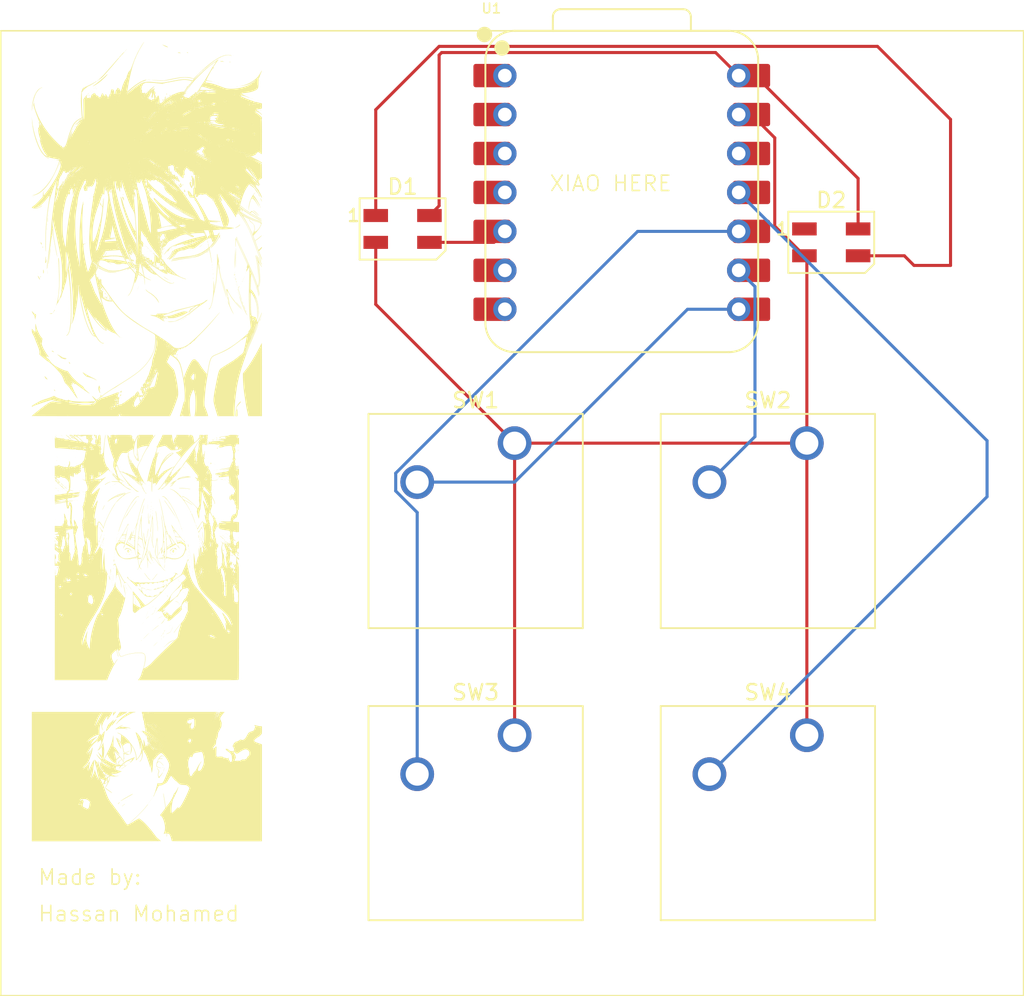
<source format=kicad_pcb>
(kicad_pcb (version 20241229) (generator "pcbnew") (generator_version "9.0")
  (layers (0 "F.Cu" signal) (2 "B.Cu" signal) (13 "F.Paste" user) (15 "B.Paste" user) (5 "F.SilkS" user "F.Silkscreen") (7 "B.SilkS" user "B.Silkscreen") (1 "F.Mask" user) (3 "B.Mask" user) (25 "Edge.Cuts" user))
  (net 0 "")
  (net 1 "GND")
  (net 2 "Net-(D1-DOUT)")
  (net 3 "+5V")
  (net 4 "Net-(D1-DIN)")
  (net 6 "Net-(U1-GPIO3{slash}MOSI)")
  (net 7 "Net-(U1-GPIO4{slash}MISO)")
  (net 8 "Net-(U1-GPIO2{slash}SCK)")
  (net 9 "Net-(U1-GPIO1{slash}RX)")
  (footprint "LOGO" (layer "F.Cu") (at 166.6875 92.86875)
    (property "Reference" "G***" (hide yes))
    (property "Value" "LOGO" (hide yes))
  )
  (footprint "Button_Switch_Keyboard:SW_Cherry_MX_1.00u_PCB" (layer "F.Cu") (at 190.65875 104.4575)
    (property "Reference" "SW3" (at -2.54 -2.794 0) (layer "F.SilkS"))
    (property "Value" "SW_Push")
    (pad "" np_thru_hole circle (at -7.62 5.08) (size 1.7 1.7) (drill 1.7) (layers "*.Cu" "*.Mask"))
    (pad "" np_thru_hole circle (at -2.54 5.08) (size 4 4) (drill 4) (layers "*.Cu" "*.Mask"))
    (pad "" np_thru_hole circle (at 2.54 5.08) (size 1.7 1.7) (drill 1.7) (layers "*.Cu" "*.Mask"))
    (pad "1" thru_hole circle (at 0 0) (size 2.2 2.2) (drill 1.5) (layers "*.Cu" "*.Mask") (net 1 "GND"))
    (pad "2" thru_hole circle (at -6.35 2.54) (size 2.2 2.2) (drill 1.5) (layers "*.Cu" "*.Mask") (net 7 "Net-(U1-GPIO4{slash}MISO)"))
  )
  (footprint "LED_SMD:LED_SK6812MINI_PLCC4_3.5x3.5mm_P1.75mm" (layer "F.Cu") (at 211.3 72.3125)
    (property "Reference" "D2" (at 0 -2.75 0) (layer "F.SilkS"))
    (property "Value" "SK6812MINI")
    (fp_text user "1" (at -3.2 -0.875 0) (layer "F.SilkS") (effects (font (size 0.8 0.8))))
    (pad "1" smd rect (at -1.75 -0.875) (size 1.6 0.85) (layers "F.Cu" "F.Mask" "F.Paste"))
    (pad "2" smd rect (at -1.75 0.875) (size 1.6 0.85) (layers "F.Cu" "F.Mask" "F.Paste") (net 1 "GND"))
    (pad "3" smd rect (at 1.75 0.875) (size 1.6 0.85) (layers "F.Cu" "F.Mask" "F.Paste") (net 2 "Net-(D1-DOUT)"))
    (pad "4" smd rect (at 1.75 -0.875) (size 1.6 0.85) (layers "F.Cu" "F.Mask" "F.Paste") (net 3 "+5V"))
  )
  (footprint "Button_Switch_Keyboard:SW_Cherry_MX_1.00u_PCB" (layer "F.Cu") (at 209.70875 85.4075)
    (property "Reference" "SW2" (at -2.54 -2.794 0) (layer "F.SilkS"))
    (property "Value" "SW_Push")
    (pad "" np_thru_hole circle (at -7.62 5.08) (size 1.7 1.7) (drill 1.7) (layers "*.Cu" "*.Mask"))
    (pad "" np_thru_hole circle (at -2.54 5.08) (size 4 4) (drill 4) (layers "*.Cu" "*.Mask"))
    (pad "" np_thru_hole circle (at 2.54 5.08) (size 1.7 1.7) (drill 1.7) (layers "*.Cu" "*.Mask"))
    (pad "1" thru_hole circle (at 0 0) (size 2.2 2.2) (drill 1.5) (layers "*.Cu" "*.Mask") (net 1 "GND"))
    (pad "2" thru_hole circle (at -6.35 2.54) (size 2.2 2.2) (drill 1.5) (layers "*.Cu" "*.Mask") (net 8 "Net-(U1-GPIO2{slash}SCK)"))
  )
  (footprint "XIOA:XIAO-RP2040-DIP" (layer "F.Cu") (at 197.64375 69.05625)
    (property "Reference" "U1" (at -8.5 -12 0) (layer "F.SilkS") (effects (font (size 0.635 0.635) (thickness 0.1016))))
    (property "Value" "XIAO-RP2040-DIP")
    (pad "1" smd roundrect (at -8.455 -7.62 180) (size 2.432 1.524) (layers "F.Cu" "F.Mask") (roundrect_rratio 0.1))
    (pad "1" thru_hole circle (at -7.62 -7.62 180) (size 1.524 1.524) (drill 0.889) (layers "*.Cu" "*.Mask"))
    (pad "2" smd roundrect (at -8.455 -5.08 180) (size 2.432 1.524) (layers "F.Cu" "F.Mask") (roundrect_rratio 0.1))
    (pad "2" thru_hole circle (at -7.62 -5.08 180) (size 1.524 1.524) (drill 0.889) (layers "*.Cu" "*.Mask"))
    (pad "3" smd roundrect (at -8.455 -2.54 180) (size 2.432 1.524) (layers "F.Cu" "F.Mask") (roundrect_rratio 0.1))
    (pad "3" thru_hole circle (at -7.62 -2.54 180) (size 1.524 1.524) (drill 0.889) (layers "*.Cu" "*.Mask"))
    (pad "4" smd roundrect (at -8.455 0 180) (size 2.432 1.524) (layers "F.Cu" "F.Mask") (roundrect_rratio 0.1))
    (pad "4" thru_hole circle (at -7.62 0 180) (size 1.524 1.524) (drill 0.889) (layers "*.Cu" "*.Mask"))
    (pad "5" smd roundrect (at -8.455 2.54 180) (size 2.432 1.524) (layers "F.Cu" "F.Mask") (roundrect_rratio 0.1) (net 4 "Net-(D1-DIN)"))
    (pad "5" thru_hole circle (at -7.62 2.54 180) (size 1.524 1.524) (drill 0.889) (layers "*.Cu" "*.Mask") (net 4 "Net-(D1-DIN)"))
    (pad "6" smd roundrect (at -8.455 5.08 180) (size 2.432 1.524) (layers "F.Cu" "F.Mask") (roundrect_rratio 0.1))
    (pad "6" thru_hole circle (at -7.62 5.08 180) (size 1.524 1.524) (drill 0.889) (layers "*.Cu" "*.Mask"))
    (pad "7" smd roundrect (at -8.455 7.62 180) (size 2.432 1.524) (layers "F.Cu" "F.Mask") (roundrect_rratio 0.1))
    (pad "7" thru_hole circle (at -7.62 7.62 180) (size 1.524 1.524) (drill 0.889) (layers "*.Cu" "*.Mask"))
    (pad "8" thru_hole circle (at 7.62 7.62) (size 1.524 1.524) (drill 0.889) (layers "*.Cu" "*.Mask") (net 9 "Net-(U1-GPIO1{slash}RX)"))
    (pad "8" smd roundrect (at 8.455 7.62) (size 2.432 1.524) (layers "F.Cu" "F.Mask") (roundrect_rratio 0.1) (net 9 "Net-(U1-GPIO1{slash}RX)"))
    (pad "9" thru_hole circle (at 7.62 5.08) (size 1.524 1.524) (drill 0.889) (layers "*.Cu" "*.Mask") (net 8 "Net-(U1-GPIO2{slash}SCK)"))
    (pad "9" smd roundrect (at 8.455 5.08) (size 2.432 1.524) (layers "F.Cu" "F.Mask") (roundrect_rratio 0.1) (net 8 "Net-(U1-GPIO2{slash}SCK)"))
    (pad "10" thru_hole circle (at 7.62 2.54) (size 1.524 1.524) (drill 0.889) (layers "*.Cu" "*.Mask") (net 7 "Net-(U1-GPIO4{slash}MISO)"))
    (pad "10" smd roundrect (at 8.455 2.54) (size 2.432 1.524) (layers "F.Cu" "F.Mask") (roundrect_rratio 0.1) (net 7 "Net-(U1-GPIO4{slash}MISO)"))
    (pad "11" thru_hole circle (at 7.62 0) (size 1.524 1.524) (drill 0.889) (layers "*.Cu" "*.Mask") (net 6 "Net-(U1-GPIO3{slash}MOSI)"))
    (pad "11" smd roundrect (at 8.455 0) (size 2.432 1.524) (layers "F.Cu" "F.Mask") (roundrect_rratio 0.1) (net 6 "Net-(U1-GPIO3{slash}MOSI)"))
    (pad "12" thru_hole circle (at 7.62 -2.54) (size 1.524 1.524) (drill 0.889) (layers "*.Cu" "*.Mask"))
    (pad "12" smd roundrect (at 8.455 -2.54) (size 2.432 1.524) (layers "F.Cu" "F.Mask") (roundrect_rratio 0.1))
    (pad "13" thru_hole circle (at 7.62 -5.08) (size 1.524 1.524) (drill 0.889) (layers "*.Cu" "*.Mask") (net 1 "GND"))
    (pad "13" smd roundrect (at 8.455 -5.08) (size 2.432 1.524) (layers "F.Cu" "F.Mask") (roundrect_rratio 0.1) (net 1 "GND"))
    (pad "14" thru_hole circle (at 7.62 -7.62) (size 1.524 1.524) (drill 0.889) (layers "*.Cu" "*.Mask") (net 3 "+5V"))
    (pad "14" smd roundrect (at 8.455 -7.62) (size 2.432 1.524) (layers "F.Cu" "F.Mask") (roundrect_rratio 0.1) (net 3 "+5V"))
  )
  (footprint "Button_Switch_Keyboard:SW_Cherry_MX_1.00u_PCB" (layer "F.Cu") (at 190.65875 85.4075)
    (property "Reference" "SW1" (at -2.54 -2.794 0) (layer "F.SilkS"))
    (property "Value" "SW_Push")
    (pad "" np_thru_hole circle (at -7.62 5.08) (size 1.7 1.7) (drill 1.7) (layers "*.Cu" "*.Mask"))
    (pad "" np_thru_hole circle (at -2.54 5.08) (size 4 4) (drill 4) (layers "*.Cu" "*.Mask"))
    (pad "" np_thru_hole circle (at 2.54 5.08) (size 1.7 1.7) (drill 1.7) (layers "*.Cu" "*.Mask"))
    (pad "1" thru_hole circle (at 0 0) (size 2.2 2.2) (drill 1.5) (layers "*.Cu" "*.Mask") (net 1 "GND"))
    (pad "2" thru_hole circle (at -6.35 2.54) (size 2.2 2.2) (drill 1.5) (layers "*.Cu" "*.Mask") (net 9 "Net-(U1-GPIO1{slash}RX)"))
  )
  (footprint "LOGO" (layer "F.Cu") (at 166.6875 107.15625)
    (property "Reference" "G***" (hide yes))
    (property "Value" "LOGO" (hide yes))
  )
  (footprint "LED_SMD:LED_SK6812MINI_PLCC4_3.5x3.5mm_P1.75mm" (layer "F.Cu") (at 183.35625 71.4375)
    (property "Reference" "D1" (at 0 -2.75 0) (layer "F.SilkS"))
    (property "Value" "SK6812MINI")
    (fp_text user "1" (at -3.2 -0.875 0) (layer "F.SilkS") (effects (font (size 0.8 0.8))))
    (pad "1" smd rect (at -1.75 -0.875) (size 1.6 0.85) (layers "F.Cu" "F.Mask" "F.Paste") (net 2 "Net-(D1-DOUT)"))
    (pad "2" smd rect (at -1.75 0.875) (size 1.6 0.85) (layers "F.Cu" "F.Mask" "F.Paste") (net 1 "GND"))
    (pad "3" smd rect (at 1.75 0.875) (size 1.6 0.85) (layers "F.Cu" "F.Mask" "F.Paste") (net 4 "Net-(D1-DIN)"))
    (pad "4" smd rect (at 1.75 -0.875) (size 1.6 0.85) (layers "F.Cu" "F.Mask" "F.Paste") (net 3 "+5V"))
  )
  (footprint "Button_Switch_Keyboard:SW_Cherry_MX_1.00u_PCB" (layer "F.Cu") (at 209.70875 104.4575)
    (property "Reference" "SW4" (at -2.54 -2.794 0) (layer "F.SilkS"))
    (property "Value" "SW_Push")
    (pad "" np_thru_hole circle (at -7.62 5.08) (size 1.7 1.7) (drill 1.7) (layers "*.Cu" "*.Mask"))
    (pad "" np_thru_hole circle (at -2.54 5.08) (size 4 4) (drill 4) (layers "*.Cu" "*.Mask"))
    (pad "" np_thru_hole circle (at 2.54 5.08) (size 1.7 1.7) (drill 1.7) (layers "*.Cu" "*.Mask"))
    (pad "1" thru_hole circle (at 0 0) (size 2.2 2.2) (drill 1.5) (layers "*.Cu" "*.Mask") (net 1 "GND"))
    (pad "2" thru_hole circle (at -6.35 2.54) (size 2.2 2.2) (drill 1.5) (layers "*.Cu" "*.Mask") (net 6 "Net-(U1-GPIO3{slash}MOSI)"))
  )
  (footprint "LOGO" (layer "F.Cu") (at 166.6875 71.4375)
    (property "Reference" "G***" (hide yes))
    (property "Value" "LOGO" (hide yes))
  )
  (gr_rect (start 157.1625 58.51525) (end 223.8375 121.44375) (stroke (width 0.1)) (fill no) (layer "F.SilkS"))
  (gr_text "Hassan Mohamed" (at 159.54375 116.68125 0) (layer "F.SilkS") (effects (font (size 1 1) (thickness 0.1)) (justify left bottom)))
  (gr_text "XIAO HERE" (at 192.88125 69.05625 0) (layer "F.SilkS") (effects (font (size 1 1) (thickness 0.1)) (justify left bottom)))
  (gr_text "Made by:" (at 159.54375 114.3 0) (layer "F.SilkS") (effects (font (size 1 1) (thickness 0.1)) (justify left bottom)))
  (segment (start 209.70875 85.4075) (end 209.70875 104.4575) (width 0.2) (layer "F.Cu") (net 1))
  (segment (start 207.61575 65.49325) (end 206.09875 63.97625) (width 0.2) (layer "F.Cu") (net 1))
  (segment (start 190.65875 85.4075) (end 209.70875 85.4075) (width 0.2) (layer "F.Cu") (net 1))
  (segment (start 190.65875 85.4075) (end 181.60625 76.355) (width 0.2) (layer "F.Cu") (net 1))
  (segment (start 190.65875 85.4075) (end 190.65875 104.4575) (width 0.2) (layer "F.Cu") (net 1))
  (segment (start 181.60625 76.355) (end 181.60625 72.3125) (width 0.2) (layer "F.Cu") (net 1))
  (segment (start 207.61575 71.25325) (end 207.61575 65.49325) (width 0.2) (layer "F.Cu") (net 1))
  (segment (start 209.55 73.1875) (end 207.61575 71.25325) (width 0.2) (layer "F.Cu") (net 1))
  (segment (start 209.70875 85.4075) (end 209.70875 73.34625) (width 0.2) (layer "F.Cu") (net 1))
  (segment (start 209.70875 73.34625) (end 209.55 73.1875) (width 0.2) (layer "F.Cu") (net 1))
  (segment (start 219.075 73.81875) (end 216.69375 73.81875) (width 0.2) (layer "F.Cu") (net 2))
  (segment (start 181.60625 70.5625) (end 181.60625 63.6625) (width 0.2) (layer "F.Cu") (net 2))
  (segment (start 185.7375 59.53125) (end 214.3125 59.53125) (width 0.2) (layer "F.Cu") (net 2))
  (segment (start 216.0625 73.1875) (end 213.05 73.1875) (width 0.2) (layer "F.Cu") (net 2))
  (segment (start 216.69375 73.81875) (end 216.0625 73.1875) (width 0.2) (layer "F.Cu") (net 2))
  (segment (start 214.3125 59.53125) (end 219.075 64.29375) (width 0.2) (layer "F.Cu") (net 2))
  (segment (start 219.075 64.29375) (end 219.075 73.81875) (width 0.2) (layer "F.Cu") (net 2))
  (segment (start 181.60625 63.6625) (end 185.7375 59.53125) (width 0.2) (layer "F.Cu") (net 2))
  (segment (start 213.05 68.14487) (end 206.34138 61.43625) (width 0.2) (layer "F.Cu") (net 3))
  (segment (start 185.7375 69.93125) (end 185.7375 60.09835) (width 0.2) (layer "F.Cu") (net 3))
  (segment (start 213.05 71.4375) (end 213.05 68.14487) (width 0.2) (layer "F.Cu") (net 3))
  (segment (start 203.75975 59.93225) (end 205.26375 61.43625) (width 0.2) (layer "F.Cu") (net 3))
  (segment (start 185.9036 59.93225) (end 203.75975 59.93225) (width 0.2) (layer "F.Cu") (net 3))
  (segment (start 185.7375 60.09835) (end 185.9036 59.93225) (width 0.2) (layer "F.Cu") (net 3))
  (segment (start 185.10625 70.5625) (end 185.7375 69.93125) (width 0.2) (layer "F.Cu") (net 3))
  (segment (start 206.34138 61.43625) (end 206.09875 61.43625) (width 0.2) (layer "F.Cu") (net 3))
  (segment (start 189.3075 72.3125) (end 190.02375 71.59625) (width 0.2) (layer "F.Cu") (net 4))
  (segment (start 185.10625 72.3125) (end 189.3075 72.3125) (width 0.2) (layer "F.Cu") (net 4))
  (segment (start 221.45625 85.24875) (end 205.26375 69.05625) (width 0.2) (layer "B.Cu") (net 6))
  (segment (start 203.35875 106.9975) (end 221.45625 88.9) (width 0.2) (layer "B.Cu") (net 6))
  (segment (start 221.45625 88.9) (end 221.45625 85.24875) (width 0.2) (layer "B.Cu") (net 6))
  (segment (start 182.90775 87.367186) (end 198.678686 71.59625) (width 0.2) (layer "B.Cu") (net 7))
  (segment (start 184.30875 89.928814) (end 182.90775 88.527814) (width 0.2) (layer "B.Cu") (net 7))
  (segment (start 184.30875 106.9975) (end 184.30875 89.928814) (width 0.2) (layer "B.Cu") (net 7))
  (segment (start 198.678686 71.59625) (end 205.26375 71.59625) (width 0.2) (layer "B.Cu") (net 7))
  (segment (start 182.90775 88.527814) (end 182.90775 87.367186) (width 0.2) (layer "B.Cu") (net 7))
  (segment (start 203.35875 87.9475) (end 206.32675 84.9795) (width 0.2) (layer "B.Cu") (net 8))
  (segment (start 206.32675 84.9795) (end 206.32675 75.19925) (width 0.2) (layer "B.Cu") (net 8))
  (segment (start 206.32675 75.19925) (end 205.26375 74.13625) (width 0.2) (layer "B.Cu") (net 8))
  (segment (start 184.30875 87.9475) (end 190.65875 87.9475) (width 0.2) (layer "B.Cu") (net 9))
  (segment (start 190.65875 87.9475) (end 201.93 76.67625) (width 0.2) (layer "B.Cu") (net 9))
  (segment (start 201.93 76.67625) (end 205.26375 76.67625) (width 0.2) (layer "B.Cu") (net 9))
)
</source>
